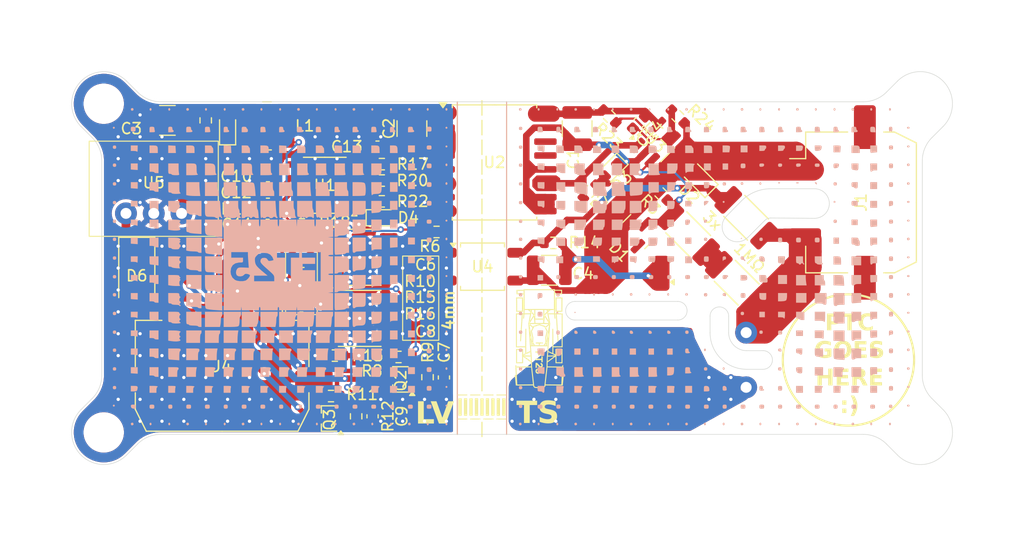
<source format=kicad_pcb>
(kicad_pcb
	(version 20240108)
	(generator "pcbnew")
	(generator_version "8.0")
	(general
		(thickness 1.6)
		(legacy_teardrops no)
	)
	(paper "A4")
	(layers
		(0 "F.Cu" signal)
		(31 "B.Cu" signal)
		(32 "B.Adhes" user "B.Adhesive")
		(33 "F.Adhes" user "F.Adhesive")
		(34 "B.Paste" user)
		(35 "F.Paste" user)
		(36 "B.SilkS" user "B.Silkscreen")
		(37 "F.SilkS" user "F.Silkscreen")
		(38 "B.Mask" user)
		(39 "F.Mask" user)
		(40 "Dwgs.User" user "User.Drawings")
		(41 "Cmts.User" user "User.Comments")
		(42 "Eco1.User" user "User.Eco1")
		(43 "Eco2.User" user "User.Eco2")
		(44 "Edge.Cuts" user)
		(45 "Margin" user)
		(46 "B.CrtYd" user "B.Courtyard")
		(47 "F.CrtYd" user "F.Courtyard")
		(48 "B.Fab" user)
		(49 "F.Fab" user)
		(50 "User.1" user)
		(51 "User.2" user)
		(52 "User.3" user)
		(53 "User.4" user)
		(54 "User.5" user)
		(55 "User.6" user)
		(56 "User.7" user)
		(57 "User.8" user)
		(58 "User.9" user)
	)
	(setup
		(stackup
			(layer "F.SilkS"
				(type "Top Silk Screen")
				(color "White")
			)
			(layer "F.Paste"
				(type "Top Solder Paste")
			)
			(layer "F.Mask"
				(type "Top Solder Mask")
				(color "Black")
				(thickness 0.01)
			)
			(layer "F.Cu"
				(type "copper")
				(thickness 0.035)
			)
			(layer "dielectric 1"
				(type "core")
				(color "FR4 natural")
				(thickness 1.51)
				(material "FR4")
				(epsilon_r 4.5)
				(loss_tangent 0.02)
			)
			(layer "B.Cu"
				(type "copper")
				(thickness 0.035)
			)
			(layer "B.Mask"
				(type "Bottom Solder Mask")
				(color "Black")
				(thickness 0.01)
			)
			(layer "B.Paste"
				(type "Bottom Solder Paste")
			)
			(layer "B.SilkS"
				(type "Bottom Silk Screen")
				(color "White")
			)
			(copper_finish "None")
			(dielectric_constraints no)
		)
		(pad_to_mask_clearance 0)
		(allow_soldermask_bridges_in_footprints no)
		(pcbplotparams
			(layerselection 0x00010fc_ffffffff)
			(plot_on_all_layers_selection 0x0000000_00000000)
			(disableapertmacros no)
			(usegerberextensions no)
			(usegerberattributes yes)
			(usegerberadvancedattributes yes)
			(creategerberjobfile yes)
			(dashed_line_dash_ratio 12.000000)
			(dashed_line_gap_ratio 3.000000)
			(svgprecision 4)
			(plotframeref no)
			(viasonmask no)
			(mode 1)
			(useauxorigin no)
			(hpglpennumber 1)
			(hpglpenspeed 20)
			(hpglpendiameter 15.000000)
			(pdf_front_fp_property_popups yes)
			(pdf_back_fp_property_popups yes)
			(dxfpolygonmode yes)
			(dxfimperialunits yes)
			(dxfusepcbnewfont yes)
			(psnegative no)
			(psa4output no)
			(plotreference yes)
			(plotvalue yes)
			(plotfptext yes)
			(plotinvisibletext no)
			(sketchpadsonfab no)
			(subtractmaskfromsilk no)
			(outputformat 1)
			(mirror no)
			(drillshape 1)
			(scaleselection 1)
			(outputdirectory "")
		)
	)
	(net 0 "")
	(net 1 "HV-")
	(net 2 "GND")
	(net 3 "Net-(Q1-G)")
	(net 4 "+BATT")
	(net 5 "/RED_EN")
	(net 6 "/RED_Low")
	(net 7 "/GREEN_EN")
	(net 8 "/GREEN_Low")
	(net 9 "Net-(U1-CV)")
	(net 10 "/TRIG")
	(net 11 "/TS_Active")
	(net 12 "/Vdiv")
	(net 13 "Net-(D2-K)")
	(net 14 "Net-(D3-A)")
	(net 15 "Net-(D4-A)")
	(net 16 "HV+")
	(net 17 "/TS_OFF")
	(net 18 "/SDC")
	(net 19 "/RED_High")
	(net 20 "/GREEN_High")
	(net 21 "Net-(Q1-D)")
	(net 22 "Net-(Q2-G)")
	(net 23 "Net-(Q3-G)")
	(net 24 "Net-(R1-Pad1)")
	(net 25 "Net-(R6-Pad2)")
	(net 26 "/TS>60V")
	(net 27 "Net-(U6-ISET)")
	(net 28 "Net-(U7-ISET)")
	(net 29 "Net-(U1-DIS)")
	(net 30 "unconnected-(U2-OUTC-Pad5)")
	(net 31 "unconnected-(U2-OUTB-Pad13)")
	(net 32 "unconnected-(U2-OUTA-Pad14)")
	(net 33 "unconnected-(U2-NC-Pad7)")
	(net 34 "+3V3_HV")
	(net 35 "Net-(D5-A)")
	(net 36 "/Vref")
	(net 37 "Net-(D6-A)")
	(net 38 "+5V")
	(net 39 "unconnected-(D1-NC-Pad2)")
	(net 40 "unconnected-(J1-PadMP)")
	(net 41 "unconnected-(J1-PadMP)_1")
	(net 42 "Net-(U5-Vout)")
	(net 43 "Net-(U1-R)")
	(footprint "Capacitor_SMD:C_0603_1608Metric" (layer "F.Cu") (at 156.745 67.5 180))
	(footprint "Capacitor_SMD:C_0603_1608Metric" (layer "F.Cu") (at 187.6 50.7 -135))
	(footprint "Connector_Molex:Molex_Micro-Fit_3.0_43045-0810_2x04-1MP_P3.00mm_Horizontal" (layer "F.Cu") (at 149.5 66.415 180))
	(footprint "Resistor_SMD:R_0603_1608Metric" (layer "F.Cu") (at 159.8 72 180))
	(footprint "Resistor_SMD:R_0603_1608Metric" (layer "F.Cu") (at 164.0975 57.9 180))
	(footprint "Package_TO_SOT_SMD:TO-263-2" (layer "F.Cu") (at 187.1 72.675 -90))
	(footprint "Resistor_SMD:R_0603_1608Metric" (layer "F.Cu") (at 165.625 72.125 180))
	(footprint "Resistor_SMD:R_0603_1608Metric" (layer "F.Cu") (at 191.15 50.15 -45))
	(footprint "Resistor_SMD:R_2010_5025Metric" (layer "F.Cu") (at 192.105552 60.905552 -45))
	(footprint "Resistor_SMD:R_0603_1608Metric" (layer "F.Cu") (at 161.75 77.55 90))
	(footprint "Resistor_SMD:R_0603_1608Metric" (layer "F.Cu") (at 189.6 57.2 135))
	(footprint "Package_SO:SOIC-8_3.9x4.9mm_P1.27mm" (layer "F.Cu") (at 158.885 56.435 180))
	(footprint "Resistor_SMD:R_0603_1608Metric" (layer "F.Cu") (at 159.45 75.7 180))
	(footprint "Resistor_SMD:R_0603_1608Metric" (layer "F.Cu") (at 184.9 50.133363 -45))
	(footprint "Package_SO:HSOP-8-1EP_3.9x4.9mm_P1.27mm_EP2.41x3.1mm_ThermalVias" (layer "F.Cu") (at 162.075 68.6))
	(footprint "Resistor_SMD:R_0603_1608Metric" (layer "F.Cu") (at 156.75 63))
	(footprint "Capacitor_SMD:C_0603_1608Metric" (layer "F.Cu") (at 169.775 74 -90))
	(footprint "Resistor_SMD:R_2010_5025Metric" (layer "F.Cu") (at 196.535184 65.335184 -45))
	(footprint "Capacitor_SMD:C_1210_3225Metric" (layer "F.Cu") (at 181.95 51.25 -90))
	(footprint "LED_SMD:LED_0603_1608Metric" (layer "F.Cu") (at 185.043153 55.056847 -135))
	(footprint "Package_TO_SOT_SMD:SOT-323_SC-70" (layer "F.Cu") (at 165.825 74.175 180))
	(footprint "Connector_PinHeader_2.54mm:PinHeader_1x02_P2.54mm_Vertical" (layer "F.Cu") (at 197.4 72.4))
	(footprint "Capacitor_SMD:C_1210_3225Metric" (layer "F.Cu") (at 166.85 51.25 -90))
	(footprint "Package_TO_SOT_SMD:SOT-23-5_HandSoldering" (layer "F.Cu") (at 189.1 52.5 45))
	(footprint "Resistor_SMD:R_0603_1608Metric" (layer "F.Cu") (at 156.75 64.465))
	(footprint "Package_SO:SOP-4_3.8x4.1mm_P2.54mm" (layer "F.Cu") (at 173.3 63.87))
	(footprint "Connector_Molex:Molex_Micro-Fit_3.0_43650-0310_1x03-1MP_P3.00mm_Horizontal" (layer "F.Cu") (at 207.9 58 -90))
	(footprint "Package_TO_SOT_SMD:SOT-323_SC-70" (layer "F.Cu") (at 159.3 77.75 180))
	(footprint "MountingHole:MountingHole_3.2mm_M3" (layer "F.Cu") (at 138.67868 48.97868 180))
	(footprint "Resistor_SMD:R_0603_1608Metric" (layer "F.Cu") (at 156.745 66 180))
	(footprint "Capacitor_SMD:C_0603_1608Metric" (layer "F.Cu") (at 153.685 57.1 180))
	(footprint "MountingHole:MountingHole_3.2mm_M3" (layer "F.Cu") (at 213.32132 79.02132))
	(footprint "Resistor_SMD:R_0603_1608Metric" (layer "F.Cu") (at 164.1 54.5 180))
	(footprint "Resistor_SMD:R_0603_1608Metric" (layer "F.Cu") (at 148 50.5 -90))
	(footprint "Resistor_SMD:R_0603_1608Metric" (layer "F.Cu") (at 153.685 58.6 180))
	(footprint "Capacitor_SMD:C_0603_1608Metric" (layer "F.Cu") (at 163.25 77.55 -90))
	(footprint "Diode_SMD:D_SOD-323" (layer "F.Cu") (at 193.1 55.825 135))
	(footprint "MountingHole:MountingHole_3.2mm_M3" (layer "F.Cu") (at 138.67868 79.02132 -90))
	(footprint "Resistor_SMD:R_0603_1608Metric" (layer "F.Cu") (at 183.1 57 45))
	(footprint "Package_SO:SOIC-16W_7.5x10.3mm_P1.27mm"
		(layer "F.Cu")
		(uuid "a41e1a9c-908b-49bf-8927-63032ed814bb")
		(at 174.4 54.345)
		(descr "SOIC, 16 Pin (JEDEC MS-013AA, https://www.analog.com/media/en/package-pcb-resources/package/pkg_pdf/soic_wide-rw/rw_16.pdf), generated with kicad-footprint-generator ipc_gullwing_generator.py")
		(tags "SOIC SO")
		(property "Reference" "U2"
			(at 0 -0.005 0)
			(layer "F.SilkS")
			(uuid "a2505e79-6b69-49e0-8e85-872e6bf30495")
			(effects
				(font
					(size 1 1)
					(thickness 0.15)
				)
			)
		)
		(property "Value" "18024215401L"
			(at 0 6.1 0)
			(layer "F.Fab")
			(uuid "996a7646-e8fe-4c18-b5f6-b49a67b34e4c")
			(effects
				(font
					(size 1 1)
					(thickness 0.15)
				)
			)
		)
		(property "Footprint" "Package_SO:SOIC-16W_7.5x10.3mm_P1.27mm"
			(at 0 0 0)
			(unlocked yes)
			(layer "F.Fab")
			(hide yes)
			(uuid "f365419b-21e4-4ee1-8c78-52fcbbe82b8f")
			(effects
				(font
					(size 1.27 1.27)
					(thickness 0.15)
				)
			)
		)
		(property "Datasheet" "https://www.we-online.com/components/products/datasheet/18024215401H.pdf"
			(at 0 0 0)
			(unlocked yes)
			(layer "F.Fab")
			(hide yes)
			(uuid "eca51651-59b7-48dd-862f-b1c922d9d190")
			(effects
				(font
					(size 1.27 1.27)
					(thickness 0.15)
				)
			)
		)
		(property "Description" ""
			(at 0 0 0)
			(unlocked yes)
			(layer "F.Fab")
			(hide yes)
			(uuid "c0c67fd9-fb34-4fe9-bd89-0b8875c448f5")
			(effects
				(font
					(size 1.27 1.27)
					(thickness 0.15)
				)
			)
		)
		(path "/1d598d0b-0317-453c-a82d-eb54014498e7")
		(sheetname "Root")
		(sheetfile "DC.kicad_sch")
		(attr smd)
		(fp_line
			(start -3.86 -5.26)
			(end -3.86 -5.005)
			(stroke
				(width 0.12)
				(type solid)
			)
			(layer "F.SilkS")
			(uuid "d8b1652e-43a1-44ad-a108-2be2fab21147")
		)
		(fp_line
			(start -3.86 5.26)
			(end -3.86 5.005)
			(stroke
				(width 0.12)
				(type solid)
			)
			(layer "F.SilkS")
			(uuid "14fc7c14-381a-44fc-8e9c-3ca9f714c8a6")
		)
		(fp_line
			(start 0 -5.26)
			(end -3.86 -5.26)
			(stroke
				(width 0.12)
				(type solid)
			)
			(layer "F.SilkS")
			(uuid "dc1b5e51-81c7-41bf-8f9e-6d2eec6650d1")
		)
		(fp_line
			(start 0 -5.26)
			(end 3.86 -5.26)
			(stroke
				(width 0.12)
				(type solid)
			)
			(layer "F.SilkS")
			(uuid "e9dbc282-30ab-490e-9bca-d6d676155d19")
		)
		(fp_line
			(start 0 5.26)
			(end -3.86 5.26)
			(stroke
				(width 0.12)
				(type solid)
			)
			(layer "F.SilkS")
			(uuid "0fd27d97-b764-4f19-936b-68d455c223d0")
		)
		(fp_line
			(start 0 5.26)
			(end 3.86 5.26)
			(stroke
				(width 0.12)
				(type solid)
			)
			(layer "F.SilkS")
			(uuid "3de49d7b-fc58-4920-ba1e-76abd98437d4")
		)
		(fp_line
			(start 3.86 -5.26)
			(end 3.86 -5.005)
			(stroke
				(width 0.12)
				(type solid)
			)
			(layer "F.SilkS")
			(uuid "8b8419e7-4d11-4412-a669-fc8d6b40bc95")
		)
		(fp_line
			(start 3.86 5.26)
			(end 3.86 5.005)
			(stroke
				(width 0.12)
				(type solid)
			)
			(layer "F.SilkS")
			(uuid "3a19c767-6603-44cb-8a2f-171edcc0d1be")
		)
		(fp_poly
			(pts
				(xy -4.7125 -5.005) (xy -5.0525 -5.475) (xy -4.3725 -5.475) (xy -4.7125 -5.005)
			)
			(stroke
				(width 0.12)
				(type solid)
			)
			(fill solid)
			(layer "F.SilkS")
			(uuid "eab12edd-ca86-4a58-82c7-38d9127d7b6d")
		)
		(fp_line
			(start -5.93 -5.4)
			(end -5.93 5.4)
			(stroke
				(width 0.05)
				(type solid)
			)
			(layer "F.CrtYd")
			(uuid "170db562-5cc0-408c-ba2c-d0e9d12bcdcf")
		)
		(fp_line
			(start -5.93 5.4)
			(end 5.93 5.4)
			(stroke
				(width 0.05)
				(type solid)
			)
			(layer "F.CrtYd")
			(uuid "ec375f43-5b0c-4d99-b8f2-47195d29165f")
		)
		(fp_line
			(start 5.93 -5.4)
			(end -5.93 -5.4)
			(stroke
				(width 0.05)
				(type solid)
			)
			(layer "F.CrtYd")
			(uuid "e6c4b6f4-ece5-4225-98b6-00ab8de62240")
		)
		(fp_line
			(start 5.93 5.4)
			(end 5.93 -5.4)
			(stroke
				(width 0.05)
				(type solid)
			)
			(layer "F.CrtYd")
			(uuid "51861213-afec-46ff-a220-f0a3daad5f03")
		)
		(fp_line
			(start -3.75 -4.15)
			(end -2.75 -5.15)
			(stroke
				(width 0.1)
				(type solid)
			)
			(layer "F.Fab")
			(uuid "5b38de4e-5545-4160-9e57-9e99e4f55979")
		)
		(fp_line
			(start -3.75 5.15)
			(end -3.75 -4.15)
			(stroke
				(width 0.1)
				(type solid)
			)
			(layer "F.Fab")
			(uuid "24d4b86b-54b4-4096-86e4-6c08f8f76df8")
		)
		(fp_line
			(start -2.75 -5.15)
			(end 3.75 -5.15)
			(stroke
				(width 0.1)
				(type solid)
			)
			(layer "F.Fab")
			(uuid "81e83a33-1625-4c83-ba00-4fa403fbdd5b")
		)
		(fp_line
			(start 3.75 -5.15)
			(end 3.75 5.15)
			(stroke
				(width 0.1)
				(type solid)
			)
			(layer "F.Fab")
			(uuid "491ea3f1-a21e-4634-9129-b826e4fe38ea")
		)
		(fp_line
			(start 3.75 5.15)
			(end -3.75 5.15)
			(stroke
				(width 0.1)
				(type solid)
			)
			(layer "F.Fab")
			(uuid "1942ba08-9c74-4b77-b9b0-1ba64931f7ae")
		)
		(fp_text user "${REFERENCE}"
			(at 0 0 0)
			(layer "F.Fab")
			(uuid "5a199d1e-1411-4a0b-a93c-0694bc184667")
			(effects
				(font
					(size 1 1)
					(thickness 0.15)
				)
			)
		)
		(pad "1" smd roundrect
			(at -4.65 -4.445)
			(size 2.05 0.6)
			(layers "F.Cu" "F.Paste" "F.Mask")
			(roundrect_rratio 0.25)
			(net 38 "+5V")
			(pinfunction "VCC")
			(pintype "power_in")
			(uuid "c071cdec-df48-4a60-8679-8e357a2cbef5")
		)
		(pad "2" smd roundrect
			(at -4.65 -3.175)
			(size 2.05 0.6)
			(layers "F.Cu" "F.Paste" "F.Mask")
			(roundrect_rratio 0.25)
			(net 2 "GND")
			(pinfunction "GND")
			(pintype "power_in")
			(uuid "541531fe-90d1-4239-8b1f-b4636a7fcd8b")
		)
		(pad "3" smd roundrect
			(at -4.65 -1.905)
			(size 2.05 0.6)
			(layers "F.Cu" "F.Paste" "F.Mask")
			(roundrect_rratio 0.25)
			(net 2 "GND")
			(pinfunction "INA")
			(pintype "input")
			(uuid 
... [822871 chars truncated]
</source>
